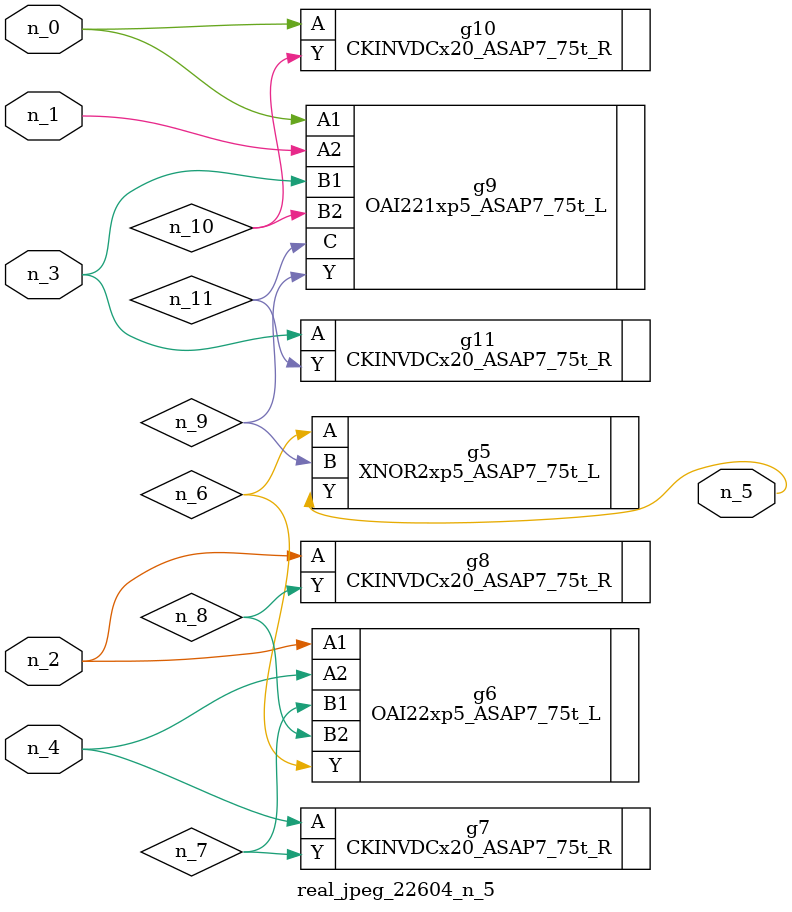
<source format=v>
module real_jpeg_22604_n_5 (n_4, n_0, n_1, n_2, n_3, n_5);

input n_4;
input n_0;
input n_1;
input n_2;
input n_3;

output n_5;

wire n_8;
wire n_11;
wire n_6;
wire n_7;
wire n_10;
wire n_9;

OAI221xp5_ASAP7_75t_L g9 ( 
.A1(n_0),
.A2(n_1),
.B1(n_3),
.B2(n_10),
.C(n_11),
.Y(n_9)
);

CKINVDCx20_ASAP7_75t_R g10 ( 
.A(n_0),
.Y(n_10)
);

OAI22xp5_ASAP7_75t_L g6 ( 
.A1(n_2),
.A2(n_4),
.B1(n_7),
.B2(n_8),
.Y(n_6)
);

CKINVDCx20_ASAP7_75t_R g8 ( 
.A(n_2),
.Y(n_8)
);

CKINVDCx20_ASAP7_75t_R g11 ( 
.A(n_3),
.Y(n_11)
);

CKINVDCx20_ASAP7_75t_R g7 ( 
.A(n_4),
.Y(n_7)
);

XNOR2xp5_ASAP7_75t_L g5 ( 
.A(n_6),
.B(n_9),
.Y(n_5)
);


endmodule
</source>
